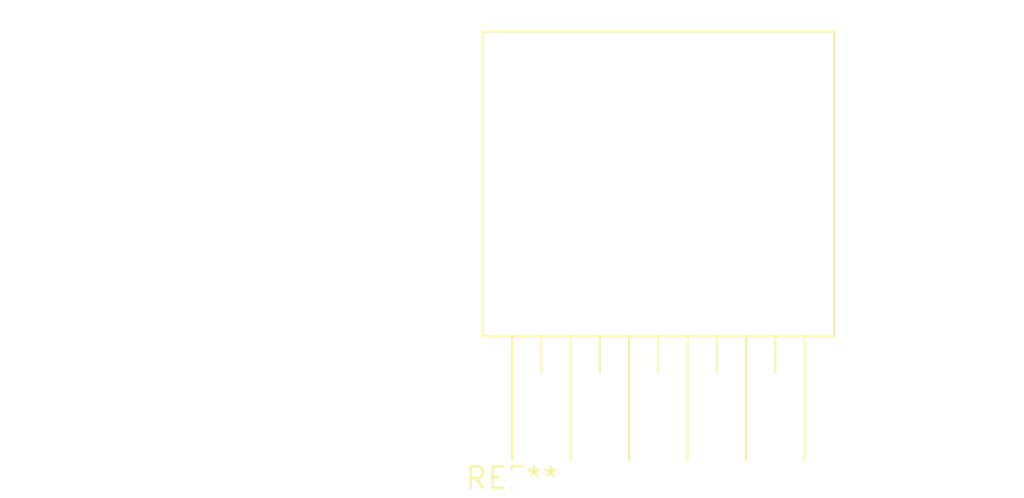
<source format=kicad_pcb>
(kicad_pcb (version 20240108) (generator pcbnew)
  (layers (0 "F.Cu" signal) (31 "B.Cu" signal) (34 "B.Paste" user) (35 "F.Paste" user) (36 "B.SilkS" user "B.Silkscreen") (37 "F.SilkS" user "F.Silkscreen") (38 "B.Mask" user) (39 "F.Mask" user) (44 "Edge.Cuts" user))
  (net 0 "")
  (footprint "TO-220-11_P3.4x5.08mm_StaggerOdd_Lead8.45mm_TabDown" (layer "F.Cu") (at 0 0)
    (property "Reference" "REF**")
    (property "Value" "TO-220-11_P3.4x5.08mm_StaggerOdd_Lead8.45mm_TabDown")
    (fp_line (start -1.72 -26) (end -1.72 -8.26) (layer "F.SilkS") (stroke (width 0.12)))
    (fp_line (start -1.72 -26) (end 18.72 -26) (layer "F.SilkS") (stroke (width 0.12)))
    (fp_line (start -1.72 -8.26) (end 18.72 -8.26) (layer "F.SilkS") (stroke (width 0.12)))
    (fp_line (start 0 -8.255) (end 0 -1.05) (layer "F.SilkS") (stroke (width 0.12)))
    (fp_line (start 1.7 -8.26) (end 1.7 -6.146) (layer "F.SilkS") (stroke (width 0.12)))
    (fp_line (start 3.4 -8.255058) (end 3.4 -1.065) (layer "F.SilkS") (stroke (width 0.12)))
    (fp_line (start 5.1 -8.26) (end 5.1 -6.146) (layer "F.SilkS") (stroke (width 0.12)))
    (fp_line (start 6.8 -8.255233) (end 6.8 -1.065) (layer "F.SilkS") (stroke (width 0.12)))
    (fp_line (start 8.5 -8.26) (end 8.5 -6.146) (layer "F.SilkS") (stroke (width 0.12)))
    (fp_line (start 10.2 -8.255038) (end 10.2 -1.065) (layer "F.SilkS") (stroke (width 0.12)))
    (fp_line (start 11.9 -8.26) (end 11.9 -6.146) (layer "F.SilkS") (stroke (width 0.12)))
    (fp_line (start 13.6 -8.255191) (end 13.6 -1.065) (layer "F.SilkS") (stroke (width 0.12)))
    (fp_line (start 15.3 -8.26) (end 15.3 -6.146) (layer "F.SilkS") (stroke (width 0.12)))
    (fp_line (start 17 -8.255022) (end 17 -1.065) (layer "F.SilkS") (stroke (width 0.12)))
    (fp_line (start 18.72 -26) (end 18.72 -8.26) (layer "F.SilkS") (stroke (width 0.12)))
    (pad "" np_thru_hole oval (at 8.5 -23.08) (size 3.5 3.5) (drill 3.5) (layers *.Cu *.Mask))
    (pad "1" thru_hole rect (at 0 0) (size 1.8 1.8) (drill 1) (layers *.Cu *.Mask) (remove_unused_layers))
    (pad "2" thru_hole oval (at 1.7 -5.08) (size 1.8 1.8) (drill 1) (layers *.Cu *.Mask) (remove_unused_layers))
    (pad "3" thru_hole oval (at 3.4 0) (size 1.8 1.8) (drill 1) (layers *.Cu *.Mask) (remove_unused_layers))
    (pad "4" thru_hole oval (at 5.1 -5.08) (size 1.8 1.8) (drill 1) (layers *.Cu *.Mask) (remove_unused_layers))
    (pad "5" thru_hole oval (at 6.8 0) (size 1.8 1.8) (drill 1) (layers *.Cu *.Mask) (remove_unused_layers))
    (pad "6" thru_hole oval (at 8.5 -5.08) (size 1.8 1.8) (drill 1) (layers *.Cu *.Mask) (remove_unused_layers))
    (pad "7" thru_hole oval (at 10.2 0) (size 1.8 1.8) (drill 1) (layers *.Cu *.Mask) (remove_unused_layers))
    (pad "8" thru_hole oval (at 11.9 -5.08) (size 1.8 1.8) (drill 1) (layers *.Cu *.Mask) (remove_unused_layers))
    (pad "9" thru_hole oval (at 13.6 0) (size 1.8 1.8) (drill 1) (layers *.Cu *.Mask) (remove_unused_layers))
    (pad "10" thru_hole oval (at 15.3 -5.08) (size 1.8 1.8) (drill 1) (layers *.Cu *.Mask) (remove_unused_layers))
    (pad "11" thru_hole oval (at 17 0) (size 1.8 1.8) (drill 1) (layers *.Cu *.Mask) (remove_unused_layers))
  )
)
</source>
